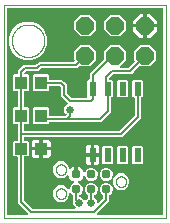
<source format=gbl>
G04 EAGLE Gerber RS-274X export*
G75*
%MOMM*%
%FSLAX34Y34*%
%LPD*%
%INBottom copper*%
%IPPOS*%
%AMOC8*
5,1,8,0,0,1.08239X$1,22.5*%
G01*
%ADD10C,0.000000*%
%ADD11R,1.100000X1.000000*%
%ADD12P,1.649562X8X22.500000*%
%ADD13R,0.600000X1.200000*%
%ADD14R,1.000000X1.100000*%
%ADD15C,0.787400*%
%ADD16C,0.203200*%
%ADD17C,0.654800*%

G36*
X35279Y17792D02*
X35279Y17792D01*
X35351Y17794D01*
X35400Y17812D01*
X35451Y17820D01*
X35514Y17854D01*
X35582Y17879D01*
X35622Y17911D01*
X35668Y17936D01*
X35718Y17988D01*
X35774Y18032D01*
X35802Y18076D01*
X35838Y18114D01*
X35868Y18179D01*
X35907Y18239D01*
X35920Y18290D01*
X35941Y18337D01*
X35949Y18408D01*
X35967Y18478D01*
X35963Y18530D01*
X35969Y18581D01*
X35953Y18652D01*
X35948Y18723D01*
X35927Y18771D01*
X35916Y18822D01*
X35879Y18883D01*
X35851Y18949D01*
X35807Y19005D01*
X35790Y19033D01*
X35772Y19048D01*
X35747Y19080D01*
X27059Y27768D01*
X27059Y66374D01*
X27056Y66394D01*
X27058Y66413D01*
X27036Y66515D01*
X27020Y66617D01*
X27010Y66634D01*
X27006Y66654D01*
X26953Y66743D01*
X26904Y66834D01*
X26890Y66848D01*
X26880Y66865D01*
X26801Y66932D01*
X26726Y67004D01*
X26708Y67012D01*
X26693Y67025D01*
X26597Y67064D01*
X26503Y67107D01*
X26483Y67109D01*
X26465Y67117D01*
X26298Y67135D01*
X23468Y67135D01*
X22575Y68028D01*
X22575Y79292D01*
X23468Y80185D01*
X26298Y80185D01*
X26318Y80188D01*
X26337Y80186D01*
X26439Y80208D01*
X26541Y80224D01*
X26558Y80234D01*
X26578Y80238D01*
X26667Y80291D01*
X26758Y80340D01*
X26772Y80354D01*
X26789Y80364D01*
X26856Y80443D01*
X26928Y80518D01*
X26936Y80536D01*
X26949Y80551D01*
X26988Y80647D01*
X27031Y80741D01*
X27033Y80761D01*
X27041Y80779D01*
X27059Y80946D01*
X27059Y93814D01*
X27056Y93834D01*
X27058Y93853D01*
X27036Y93955D01*
X27020Y94057D01*
X27010Y94074D01*
X27006Y94094D01*
X26953Y94183D01*
X26904Y94274D01*
X26890Y94288D01*
X26880Y94305D01*
X26801Y94372D01*
X26726Y94444D01*
X26708Y94452D01*
X26693Y94465D01*
X26597Y94504D01*
X26503Y94547D01*
X26483Y94549D01*
X26465Y94557D01*
X26298Y94575D01*
X23968Y94575D01*
X23075Y95468D01*
X23075Y107732D01*
X23968Y108625D01*
X26298Y108625D01*
X26318Y108628D01*
X26337Y108626D01*
X26439Y108648D01*
X26541Y108664D01*
X26558Y108674D01*
X26578Y108678D01*
X26667Y108731D01*
X26758Y108780D01*
X26772Y108794D01*
X26789Y108804D01*
X26856Y108883D01*
X26928Y108958D01*
X26936Y108976D01*
X26949Y108991D01*
X26988Y109087D01*
X27031Y109181D01*
X27033Y109201D01*
X27041Y109219D01*
X27059Y109386D01*
X27059Y121754D01*
X27056Y121774D01*
X27058Y121793D01*
X27036Y121895D01*
X27020Y121997D01*
X27010Y122014D01*
X27006Y122034D01*
X26953Y122123D01*
X26904Y122214D01*
X26890Y122228D01*
X26880Y122245D01*
X26801Y122312D01*
X26726Y122384D01*
X26708Y122392D01*
X26693Y122405D01*
X26597Y122444D01*
X26503Y122487D01*
X26483Y122489D01*
X26465Y122497D01*
X26298Y122515D01*
X23968Y122515D01*
X23075Y123408D01*
X23075Y135672D01*
X23968Y136565D01*
X26298Y136565D01*
X26318Y136568D01*
X26337Y136566D01*
X26439Y136588D01*
X26541Y136604D01*
X26558Y136614D01*
X26578Y136618D01*
X26667Y136671D01*
X26758Y136720D01*
X26772Y136734D01*
X26789Y136744D01*
X26856Y136823D01*
X26928Y136898D01*
X26936Y136916D01*
X26949Y136931D01*
X26988Y137027D01*
X27031Y137121D01*
X27033Y137141D01*
X27041Y137159D01*
X27059Y137326D01*
X27059Y139872D01*
X31968Y144781D01*
X41812Y144781D01*
X41902Y144795D01*
X41993Y144803D01*
X42023Y144815D01*
X42055Y144820D01*
X42135Y144863D01*
X42220Y144899D01*
X42252Y144925D01*
X42272Y144936D01*
X42294Y144959D01*
X42351Y145004D01*
X42956Y145609D01*
X42956Y145610D01*
X44668Y147321D01*
X74319Y147321D01*
X74390Y147332D01*
X74462Y147334D01*
X74511Y147352D01*
X74562Y147360D01*
X74625Y147394D01*
X74693Y147419D01*
X74734Y147451D01*
X74780Y147476D01*
X74829Y147527D01*
X74885Y147572D01*
X74913Y147616D01*
X74949Y147654D01*
X74979Y147719D01*
X75018Y147779D01*
X75031Y147830D01*
X75053Y147877D01*
X75060Y147948D01*
X75078Y148018D01*
X75074Y148070D01*
X75080Y148121D01*
X75064Y148192D01*
X75059Y148263D01*
X75038Y148311D01*
X75027Y148362D01*
X74991Y148423D01*
X74962Y148489D01*
X74918Y148545D01*
X74901Y148573D01*
X74883Y148588D01*
X74866Y148610D01*
X74866Y156188D01*
X80223Y161545D01*
X87798Y161545D01*
X93155Y156188D01*
X93155Y148612D01*
X87798Y143255D01*
X80223Y143255D01*
X79879Y143599D01*
X79863Y143610D01*
X79850Y143626D01*
X79763Y143682D01*
X79679Y143742D01*
X79660Y143748D01*
X79644Y143759D01*
X79543Y143784D01*
X79444Y143815D01*
X79424Y143814D01*
X79405Y143819D01*
X79302Y143811D01*
X79198Y143808D01*
X79180Y143802D01*
X79160Y143800D01*
X79065Y143760D01*
X78967Y143724D01*
X78952Y143711D01*
X78933Y143704D01*
X78802Y143599D01*
X77443Y142239D01*
X47088Y142239D01*
X46998Y142225D01*
X46907Y142217D01*
X46877Y142205D01*
X46845Y142200D01*
X46764Y142157D01*
X46680Y142121D01*
X46648Y142095D01*
X46628Y142084D01*
X46605Y142061D01*
X46549Y142016D01*
X45944Y141411D01*
X45944Y141410D01*
X44232Y139699D01*
X34388Y139699D01*
X34298Y139685D01*
X34207Y139677D01*
X34177Y139665D01*
X34145Y139660D01*
X34064Y139617D01*
X33980Y139581D01*
X33948Y139555D01*
X33928Y139544D01*
X33905Y139521D01*
X33849Y139476D01*
X32364Y137991D01*
X32311Y137917D01*
X32251Y137847D01*
X32239Y137817D01*
X32220Y137791D01*
X32193Y137704D01*
X32159Y137619D01*
X32155Y137578D01*
X32148Y137556D01*
X32149Y137524D01*
X32141Y137452D01*
X32141Y137326D01*
X32144Y137306D01*
X32142Y137287D01*
X32164Y137185D01*
X32180Y137083D01*
X32190Y137066D01*
X32194Y137046D01*
X32247Y136957D01*
X32296Y136866D01*
X32310Y136852D01*
X32320Y136835D01*
X32399Y136768D01*
X32474Y136696D01*
X32492Y136688D01*
X32507Y136675D01*
X32603Y136636D01*
X32697Y136593D01*
X32717Y136591D01*
X32735Y136583D01*
X32902Y136565D01*
X35232Y136565D01*
X36125Y135672D01*
X36125Y123408D01*
X35232Y122515D01*
X32902Y122515D01*
X32882Y122512D01*
X32863Y122514D01*
X32761Y122492D01*
X32659Y122476D01*
X32642Y122466D01*
X32622Y122462D01*
X32533Y122409D01*
X32442Y122360D01*
X32428Y122346D01*
X32411Y122336D01*
X32344Y122257D01*
X32272Y122182D01*
X32264Y122164D01*
X32251Y122149D01*
X32212Y122053D01*
X32169Y121959D01*
X32167Y121939D01*
X32159Y121921D01*
X32141Y121754D01*
X32141Y109386D01*
X32144Y109366D01*
X32142Y109347D01*
X32164Y109245D01*
X32180Y109143D01*
X32190Y109126D01*
X32194Y109106D01*
X32247Y109017D01*
X32296Y108926D01*
X32310Y108912D01*
X32320Y108895D01*
X32399Y108828D01*
X32474Y108756D01*
X32492Y108748D01*
X32507Y108735D01*
X32603Y108696D01*
X32697Y108653D01*
X32717Y108651D01*
X32735Y108643D01*
X32902Y108625D01*
X35232Y108625D01*
X36125Y107732D01*
X36125Y95468D01*
X35232Y94575D01*
X32902Y94575D01*
X32882Y94572D01*
X32863Y94574D01*
X32761Y94552D01*
X32659Y94536D01*
X32642Y94526D01*
X32622Y94522D01*
X32533Y94469D01*
X32442Y94420D01*
X32428Y94406D01*
X32411Y94396D01*
X32344Y94317D01*
X32272Y94242D01*
X32264Y94224D01*
X32251Y94209D01*
X32212Y94113D01*
X32169Y94019D01*
X32167Y93999D01*
X32159Y93981D01*
X32141Y93814D01*
X32141Y89662D01*
X32144Y89642D01*
X32142Y89623D01*
X32164Y89521D01*
X32180Y89419D01*
X32190Y89402D01*
X32194Y89382D01*
X32247Y89293D01*
X32296Y89202D01*
X32310Y89188D01*
X32320Y89171D01*
X32399Y89104D01*
X32474Y89032D01*
X32492Y89024D01*
X32507Y89011D01*
X32603Y88972D01*
X32697Y88929D01*
X32717Y88927D01*
X32735Y88919D01*
X32902Y88901D01*
X112932Y88901D01*
X113022Y88915D01*
X113113Y88923D01*
X113143Y88935D01*
X113175Y88940D01*
X113256Y88983D01*
X113340Y89019D01*
X113372Y89045D01*
X113392Y89056D01*
X113415Y89079D01*
X113471Y89124D01*
X125506Y101159D01*
X125559Y101233D01*
X125619Y101303D01*
X125631Y101333D01*
X125650Y101359D01*
X125677Y101446D01*
X125711Y101531D01*
X125715Y101572D01*
X125722Y101594D01*
X125721Y101626D01*
X125729Y101698D01*
X125729Y116234D01*
X125726Y116254D01*
X125728Y116273D01*
X125706Y116375D01*
X125690Y116477D01*
X125680Y116494D01*
X125676Y116514D01*
X125623Y116603D01*
X125574Y116694D01*
X125560Y116708D01*
X125550Y116725D01*
X125471Y116792D01*
X125396Y116864D01*
X125378Y116872D01*
X125363Y116885D01*
X125267Y116924D01*
X125173Y116967D01*
X125153Y116969D01*
X125135Y116977D01*
X124968Y116995D01*
X124638Y116995D01*
X123745Y117888D01*
X123745Y131152D01*
X124638Y132045D01*
X131902Y132045D01*
X132795Y131152D01*
X132795Y117888D01*
X131902Y116995D01*
X131572Y116995D01*
X131552Y116992D01*
X131533Y116994D01*
X131431Y116972D01*
X131329Y116956D01*
X131312Y116946D01*
X131292Y116942D01*
X131203Y116889D01*
X131112Y116840D01*
X131098Y116826D01*
X131081Y116816D01*
X131014Y116737D01*
X130942Y116662D01*
X130934Y116644D01*
X130921Y116629D01*
X130882Y116533D01*
X130839Y116439D01*
X130837Y116419D01*
X130829Y116401D01*
X130811Y116234D01*
X130811Y99278D01*
X115352Y83819D01*
X32902Y83819D01*
X32882Y83816D01*
X32863Y83818D01*
X32761Y83796D01*
X32659Y83780D01*
X32642Y83770D01*
X32622Y83766D01*
X32533Y83713D01*
X32442Y83664D01*
X32428Y83650D01*
X32411Y83640D01*
X32344Y83561D01*
X32272Y83486D01*
X32264Y83468D01*
X32251Y83453D01*
X32212Y83357D01*
X32169Y83263D01*
X32167Y83243D01*
X32159Y83225D01*
X32141Y83058D01*
X32141Y80946D01*
X32143Y80934D01*
X32142Y80925D01*
X32143Y80919D01*
X32142Y80907D01*
X32164Y80805D01*
X32180Y80703D01*
X32190Y80686D01*
X32194Y80666D01*
X32247Y80577D01*
X32296Y80486D01*
X32310Y80472D01*
X32320Y80455D01*
X32399Y80388D01*
X32474Y80316D01*
X32492Y80308D01*
X32507Y80295D01*
X32603Y80256D01*
X32697Y80213D01*
X32717Y80211D01*
X32735Y80203D01*
X32902Y80185D01*
X35732Y80185D01*
X36625Y79292D01*
X36625Y68028D01*
X35732Y67135D01*
X32902Y67135D01*
X32882Y67132D01*
X32863Y67134D01*
X32761Y67112D01*
X32659Y67096D01*
X32642Y67086D01*
X32622Y67082D01*
X32533Y67029D01*
X32442Y66980D01*
X32428Y66966D01*
X32411Y66956D01*
X32344Y66877D01*
X32272Y66802D01*
X32264Y66784D01*
X32251Y66769D01*
X32212Y66673D01*
X32169Y66579D01*
X32167Y66559D01*
X32159Y66541D01*
X32141Y66374D01*
X32141Y30188D01*
X32155Y30098D01*
X32163Y30007D01*
X32175Y29977D01*
X32180Y29945D01*
X32223Y29864D01*
X32259Y29780D01*
X32285Y29748D01*
X32296Y29728D01*
X32319Y29705D01*
X32364Y29649D01*
X38929Y23084D01*
X39003Y23031D01*
X39073Y22971D01*
X39103Y22959D01*
X39129Y22940D01*
X39216Y22913D01*
X39301Y22879D01*
X39342Y22875D01*
X39364Y22868D01*
X39396Y22869D01*
X39468Y22861D01*
X75195Y22861D01*
X75266Y22872D01*
X75337Y22874D01*
X75386Y22892D01*
X75438Y22900D01*
X75501Y22934D01*
X75568Y22959D01*
X75609Y22991D01*
X75655Y23016D01*
X75705Y23068D01*
X75761Y23112D01*
X75789Y23156D01*
X75825Y23194D01*
X75855Y23259D01*
X75894Y23319D01*
X75906Y23370D01*
X75928Y23417D01*
X75936Y23488D01*
X75954Y23558D01*
X75950Y23610D01*
X75955Y23661D01*
X75940Y23732D01*
X75934Y23803D01*
X75914Y23851D01*
X75903Y23902D01*
X75866Y23963D01*
X75838Y24029D01*
X75793Y24085D01*
X75777Y24113D01*
X75759Y24128D01*
X75733Y24160D01*
X73941Y25952D01*
X73941Y28830D01*
X73927Y28920D01*
X73919Y29011D01*
X73907Y29041D01*
X73902Y29073D01*
X73859Y29154D01*
X73823Y29238D01*
X73797Y29270D01*
X73786Y29290D01*
X73763Y29313D01*
X73718Y29369D01*
X73659Y29428D01*
X73659Y34002D01*
X73640Y34117D01*
X73623Y34233D01*
X73621Y34239D01*
X73620Y34245D01*
X73565Y34348D01*
X73512Y34452D01*
X73507Y34457D01*
X73504Y34462D01*
X73420Y34542D01*
X73336Y34624D01*
X73330Y34628D01*
X73326Y34632D01*
X73309Y34639D01*
X73189Y34705D01*
X73106Y34740D01*
X71785Y36061D01*
X71727Y36103D01*
X71675Y36152D01*
X71628Y36174D01*
X71586Y36204D01*
X71517Y36225D01*
X71452Y36256D01*
X71400Y36261D01*
X71350Y36277D01*
X71279Y36275D01*
X71208Y36283D01*
X71157Y36272D01*
X71105Y36270D01*
X71037Y36246D01*
X70967Y36230D01*
X70922Y36204D01*
X70874Y36186D01*
X70818Y36141D01*
X70756Y36104D01*
X70722Y36065D01*
X70682Y36032D01*
X70643Y35972D01*
X70596Y35917D01*
X70577Y35869D01*
X70549Y35825D01*
X70531Y35756D01*
X70504Y35689D01*
X70496Y35618D01*
X70488Y35587D01*
X70490Y35563D01*
X70486Y35522D01*
X70486Y34170D01*
X69422Y31603D01*
X67457Y29638D01*
X64890Y28574D01*
X62110Y28574D01*
X59543Y29638D01*
X57578Y31603D01*
X56514Y34170D01*
X56514Y36950D01*
X57578Y39517D01*
X59543Y41482D01*
X62110Y42546D01*
X64890Y42546D01*
X67457Y41482D01*
X69439Y39501D01*
X69497Y39459D01*
X69549Y39409D01*
X69596Y39387D01*
X69638Y39357D01*
X69707Y39336D01*
X69772Y39306D01*
X69824Y39300D01*
X69874Y39285D01*
X69945Y39287D01*
X70016Y39279D01*
X70067Y39290D01*
X70119Y39291D01*
X70187Y39316D01*
X70257Y39331D01*
X70302Y39358D01*
X70350Y39375D01*
X70406Y39420D01*
X70468Y39457D01*
X70502Y39497D01*
X70542Y39529D01*
X70581Y39589D01*
X70628Y39644D01*
X70647Y39692D01*
X70675Y39736D01*
X70693Y39806D01*
X70720Y39872D01*
X70728Y39943D01*
X70736Y39975D01*
X70734Y39998D01*
X70738Y40039D01*
X70738Y40456D01*
X71570Y42464D01*
X73106Y44000D01*
X74233Y44467D01*
X74294Y44505D01*
X74359Y44534D01*
X74397Y44569D01*
X74442Y44596D01*
X74487Y44652D01*
X74540Y44700D01*
X74565Y44746D01*
X74599Y44786D01*
X74624Y44853D01*
X74659Y44916D01*
X74668Y44967D01*
X74687Y45016D01*
X74690Y45087D01*
X74703Y45158D01*
X74695Y45209D01*
X74697Y45261D01*
X74677Y45330D01*
X74667Y45401D01*
X74643Y45448D01*
X74629Y45498D01*
X74588Y45556D01*
X74555Y45620D01*
X74518Y45657D01*
X74488Y45700D01*
X74431Y45742D01*
X74380Y45793D01*
X74317Y45827D01*
X74291Y45846D01*
X74269Y45854D01*
X74233Y45873D01*
X73132Y46329D01*
X72071Y47038D01*
X71168Y47941D01*
X70459Y49002D01*
X69971Y50181D01*
X69869Y50695D01*
X69843Y50763D01*
X69837Y50794D01*
X69824Y50816D01*
X69786Y50920D01*
X69784Y50922D01*
X69783Y50925D01*
X69707Y51019D01*
X69632Y51112D01*
X69629Y51114D01*
X69627Y51116D01*
X69526Y51180D01*
X69425Y51245D01*
X69422Y51246D01*
X69419Y51247D01*
X69302Y51276D01*
X69186Y51305D01*
X69183Y51305D01*
X69180Y51305D01*
X69059Y51295D01*
X68941Y51286D01*
X68938Y51285D01*
X68935Y51284D01*
X68824Y51236D01*
X68715Y51189D01*
X68712Y51187D01*
X68710Y51186D01*
X68702Y51179D01*
X68584Y51085D01*
X67457Y49958D01*
X64890Y48894D01*
X62110Y48894D01*
X59543Y49958D01*
X57578Y51923D01*
X56514Y54490D01*
X56514Y57270D01*
X57578Y59837D01*
X59543Y61802D01*
X62110Y62866D01*
X64890Y62866D01*
X67457Y61802D01*
X69422Y59837D01*
X70498Y57239D01*
X70499Y57212D01*
X70517Y57163D01*
X70525Y57112D01*
X70539Y57086D01*
X70540Y57084D01*
X70559Y57048D01*
X70584Y56981D01*
X70616Y56940D01*
X70641Y56894D01*
X70692Y56845D01*
X70737Y56789D01*
X70781Y56761D01*
X70819Y56725D01*
X70884Y56695D01*
X70944Y56656D01*
X70995Y56643D01*
X71042Y56621D01*
X71113Y56613D01*
X71183Y56596D01*
X71235Y56600D01*
X71286Y56594D01*
X71357Y56609D01*
X71428Y56615D01*
X71476Y56635D01*
X71527Y56646D01*
X71588Y56683D01*
X71654Y56711D01*
X71706Y56753D01*
X71718Y56759D01*
X71722Y56763D01*
X71738Y56773D01*
X71753Y56790D01*
X71785Y56816D01*
X72071Y57102D01*
X73132Y57811D01*
X74311Y58299D01*
X74677Y58372D01*
X74677Y52832D01*
X74680Y52812D01*
X74678Y52793D01*
X74700Y52691D01*
X74717Y52589D01*
X74726Y52572D01*
X74730Y52552D01*
X74783Y52463D01*
X74832Y52372D01*
X74846Y52358D01*
X74856Y52341D01*
X74935Y52274D01*
X75010Y52203D01*
X75028Y52194D01*
X75043Y52181D01*
X75139Y52142D01*
X75233Y52099D01*
X75253Y52097D01*
X75271Y52089D01*
X75438Y52071D01*
X76962Y52071D01*
X76982Y52074D01*
X77001Y52072D01*
X77103Y52094D01*
X77205Y52111D01*
X77222Y52120D01*
X77242Y52124D01*
X77331Y52177D01*
X77422Y52226D01*
X77436Y52240D01*
X77453Y52250D01*
X77520Y52329D01*
X77591Y52404D01*
X77600Y52422D01*
X77613Y52437D01*
X77652Y52533D01*
X77695Y52627D01*
X77697Y52647D01*
X77705Y52665D01*
X77723Y52832D01*
X77723Y58372D01*
X78089Y58299D01*
X79268Y57811D01*
X80329Y57102D01*
X81232Y56199D01*
X81941Y55138D01*
X82397Y54037D01*
X82434Y53976D01*
X82463Y53911D01*
X82499Y53873D01*
X82526Y53828D01*
X82581Y53782D01*
X82630Y53730D01*
X82675Y53705D01*
X82716Y53671D01*
X82783Y53646D01*
X82845Y53611D01*
X82897Y53602D01*
X82945Y53583D01*
X83017Y53580D01*
X83087Y53567D01*
X83139Y53575D01*
X83191Y53573D01*
X83260Y53593D01*
X83331Y53603D01*
X83377Y53627D01*
X83427Y53641D01*
X83486Y53682D01*
X83550Y53715D01*
X83586Y53752D01*
X83629Y53782D01*
X83672Y53839D01*
X83722Y53890D01*
X83757Y53953D01*
X83776Y53979D01*
X83783Y54001D01*
X83803Y54037D01*
X84270Y55164D01*
X85806Y56700D01*
X87814Y57532D01*
X89986Y57532D01*
X91994Y56700D01*
X93530Y55164D01*
X94362Y53156D01*
X94362Y50984D01*
X93530Y48976D01*
X91994Y47440D01*
X89986Y46608D01*
X87814Y46608D01*
X85806Y47440D01*
X84270Y48976D01*
X83803Y50103D01*
X83765Y50164D01*
X83736Y50229D01*
X83701Y50267D01*
X83674Y50312D01*
X83618Y50357D01*
X83570Y50410D01*
X83524Y50435D01*
X83484Y50469D01*
X83417Y50494D01*
X83354Y50529D01*
X83303Y50538D01*
X83254Y50557D01*
X83183Y50560D01*
X83112Y50573D01*
X83061Y50565D01*
X83009Y50567D01*
X82940Y50547D01*
X82869Y50537D01*
X82822Y50513D01*
X82772Y50499D01*
X82714Y50458D01*
X82650Y50425D01*
X82613Y50388D01*
X82570Y50358D01*
X82528Y50301D01*
X82477Y50250D01*
X82443Y50187D01*
X82424Y50161D01*
X82416Y50139D01*
X82397Y50103D01*
X81941Y49002D01*
X81232Y47941D01*
X80329Y47038D01*
X79268Y46329D01*
X78167Y45873D01*
X78106Y45836D01*
X78041Y45807D01*
X78002Y45771D01*
X77958Y45744D01*
X77913Y45689D01*
X77860Y45640D01*
X77835Y45595D01*
X77801Y45554D01*
X77776Y45487D01*
X77741Y45425D01*
X77732Y45373D01*
X77713Y45325D01*
X77710Y45253D01*
X77697Y45183D01*
X77705Y45131D01*
X77703Y45079D01*
X77723Y45010D01*
X77733Y44939D01*
X77757Y44893D01*
X77771Y44843D01*
X77812Y44784D01*
X77845Y44720D01*
X77882Y44683D01*
X77912Y44641D01*
X77969Y44598D01*
X78020Y44548D01*
X78083Y44513D01*
X78109Y44494D01*
X78131Y44487D01*
X78167Y44467D01*
X79294Y44000D01*
X80830Y42464D01*
X81662Y40456D01*
X81662Y38284D01*
X80830Y36276D01*
X79294Y34740D01*
X79211Y34705D01*
X79112Y34644D01*
X79011Y34584D01*
X79007Y34579D01*
X79002Y34576D01*
X78927Y34486D01*
X78851Y34397D01*
X78849Y34391D01*
X78845Y34386D01*
X78803Y34278D01*
X78759Y34169D01*
X78758Y34161D01*
X78757Y34157D01*
X78756Y34138D01*
X78741Y34002D01*
X78741Y33500D01*
X78744Y33480D01*
X78742Y33461D01*
X78764Y33359D01*
X78780Y33257D01*
X78790Y33240D01*
X78794Y33220D01*
X78847Y33131D01*
X78896Y33040D01*
X78910Y33026D01*
X78920Y33009D01*
X78999Y32942D01*
X79074Y32870D01*
X79092Y32862D01*
X79107Y32849D01*
X79203Y32810D01*
X79297Y32767D01*
X79317Y32765D01*
X79335Y32757D01*
X79502Y32739D01*
X80728Y32739D01*
X83282Y30185D01*
X83298Y30173D01*
X83310Y30158D01*
X83398Y30101D01*
X83481Y30041D01*
X83500Y30035D01*
X83517Y30025D01*
X83618Y29999D01*
X83717Y29969D01*
X83736Y29969D01*
X83756Y29964D01*
X83859Y29972D01*
X83962Y29975D01*
X83981Y29982D01*
X84001Y29984D01*
X84096Y30024D01*
X84193Y30060D01*
X84209Y30072D01*
X84227Y30080D01*
X84358Y30185D01*
X86136Y31963D01*
X86189Y32037D01*
X86249Y32106D01*
X86261Y32136D01*
X86280Y32162D01*
X86307Y32250D01*
X86341Y32334D01*
X86345Y32375D01*
X86352Y32398D01*
X86351Y32430D01*
X86359Y32501D01*
X86359Y34002D01*
X86340Y34117D01*
X86323Y34233D01*
X86321Y34239D01*
X86320Y34245D01*
X86265Y34348D01*
X86212Y34452D01*
X86207Y34457D01*
X86204Y34462D01*
X86120Y34542D01*
X86036Y34624D01*
X86030Y34628D01*
X86026Y34632D01*
X86009Y34639D01*
X85889Y34705D01*
X85806Y34740D01*
X84270Y36276D01*
X83438Y38284D01*
X83438Y40456D01*
X84270Y42464D01*
X85806Y44000D01*
X87814Y44832D01*
X89986Y44832D01*
X91994Y44000D01*
X93530Y42464D01*
X94362Y40456D01*
X94362Y38284D01*
X93530Y36276D01*
X91994Y34740D01*
X91911Y34705D01*
X91812Y34644D01*
X91711Y34584D01*
X91707Y34579D01*
X91702Y34576D01*
X91627Y34486D01*
X91551Y34397D01*
X91549Y34391D01*
X91545Y34386D01*
X91503Y34278D01*
X91459Y34169D01*
X91458Y34161D01*
X91457Y34157D01*
X91456Y34138D01*
X91441Y34002D01*
X91441Y32501D01*
X91455Y32411D01*
X91463Y32320D01*
X91475Y32290D01*
X91480Y32258D01*
X91523Y32178D01*
X91559Y32094D01*
X91585Y32062D01*
X91596Y32041D01*
X91619Y32019D01*
X91664Y31963D01*
X93699Y29928D01*
X93699Y28010D01*
X93710Y27939D01*
X93712Y27867D01*
X93730Y27818D01*
X93738Y27767D01*
X93772Y27704D01*
X93797Y27636D01*
X93829Y27596D01*
X93854Y27550D01*
X93906Y27500D01*
X93950Y27444D01*
X93994Y27416D01*
X94032Y27380D01*
X94097Y27350D01*
X94157Y27311D01*
X94208Y27298D01*
X94255Y27277D01*
X94326Y27269D01*
X94396Y27251D01*
X94448Y27255D01*
X94499Y27249D01*
X94570Y27265D01*
X94641Y27270D01*
X94689Y27291D01*
X94740Y27302D01*
X94801Y27339D01*
X94867Y27367D01*
X94923Y27411D01*
X94951Y27428D01*
X94966Y27446D01*
X94998Y27471D01*
X98836Y31309D01*
X98889Y31383D01*
X98949Y31453D01*
X98961Y31483D01*
X98980Y31509D01*
X99007Y31596D01*
X99041Y31681D01*
X99045Y31722D01*
X99052Y31744D01*
X99051Y31776D01*
X99059Y31848D01*
X99059Y34002D01*
X99040Y34117D01*
X99023Y34233D01*
X99021Y34239D01*
X99020Y34245D01*
X98965Y34348D01*
X98912Y34452D01*
X98907Y34457D01*
X98904Y34462D01*
X98820Y34542D01*
X98736Y34624D01*
X98730Y34628D01*
X98726Y34632D01*
X98709Y34639D01*
X98589Y34705D01*
X98506Y34740D01*
X96970Y36276D01*
X96138Y38284D01*
X96138Y40456D01*
X96970Y42464D01*
X98506Y44000D01*
X100514Y44832D01*
X102686Y44832D01*
X104694Y44000D01*
X106230Y42464D01*
X107062Y40456D01*
X107062Y38284D01*
X106230Y36276D01*
X104694Y34740D01*
X104611Y34705D01*
X104512Y34644D01*
X104411Y34584D01*
X104407Y34579D01*
X104402Y34576D01*
X104327Y34486D01*
X104251Y34397D01*
X104249Y34391D01*
X104245Y34386D01*
X104203Y34278D01*
X104159Y34169D01*
X104158Y34161D01*
X104157Y34157D01*
X104156Y34138D01*
X104141Y34002D01*
X104141Y29428D01*
X94204Y19491D01*
X93793Y19080D01*
X93752Y19022D01*
X93702Y18970D01*
X93680Y18923D01*
X93650Y18881D01*
X93629Y18812D01*
X93599Y18747D01*
X93593Y18695D01*
X93577Y18645D01*
X93579Y18574D01*
X93571Y18503D01*
X93583Y18452D01*
X93584Y18400D01*
X93608Y18332D01*
X93624Y18262D01*
X93650Y18217D01*
X93668Y18169D01*
X93713Y18113D01*
X93750Y18051D01*
X93789Y18017D01*
X93822Y17977D01*
X93882Y17938D01*
X93937Y17891D01*
X93985Y17872D01*
X94029Y17844D01*
X94098Y17826D01*
X94165Y17799D01*
X94236Y17791D01*
X94267Y17783D01*
X94291Y17785D01*
X94332Y17781D01*
X149098Y17781D01*
X149118Y17784D01*
X149137Y17782D01*
X149239Y17804D01*
X149341Y17820D01*
X149358Y17830D01*
X149378Y17834D01*
X149467Y17887D01*
X149558Y17936D01*
X149572Y17950D01*
X149589Y17960D01*
X149656Y18039D01*
X149728Y18114D01*
X149736Y18132D01*
X149749Y18147D01*
X149788Y18243D01*
X149831Y18337D01*
X149833Y18357D01*
X149841Y18375D01*
X149859Y18542D01*
X149859Y192278D01*
X149856Y192298D01*
X149858Y192317D01*
X149836Y192419D01*
X149820Y192521D01*
X149810Y192538D01*
X149806Y192558D01*
X149753Y192647D01*
X149704Y192738D01*
X149690Y192752D01*
X149680Y192769D01*
X149601Y192836D01*
X149526Y192908D01*
X149508Y192916D01*
X149493Y192929D01*
X149397Y192968D01*
X149303Y193011D01*
X149283Y193013D01*
X149265Y193021D01*
X149098Y193039D01*
X18542Y193039D01*
X18522Y193036D01*
X18503Y193038D01*
X18401Y193016D01*
X18299Y193000D01*
X18282Y192990D01*
X18262Y192986D01*
X18173Y192933D01*
X18082Y192884D01*
X18068Y192870D01*
X18051Y192860D01*
X17984Y192781D01*
X17912Y192706D01*
X17904Y192688D01*
X17891Y192673D01*
X17852Y192577D01*
X17809Y192483D01*
X17807Y192463D01*
X17799Y192445D01*
X17781Y192278D01*
X17781Y18542D01*
X17784Y18522D01*
X17782Y18503D01*
X17804Y18401D01*
X17820Y18299D01*
X17830Y18282D01*
X17834Y18262D01*
X17887Y18173D01*
X17936Y18082D01*
X17950Y18068D01*
X17960Y18051D01*
X18039Y17984D01*
X18114Y17912D01*
X18132Y17904D01*
X18147Y17891D01*
X18243Y17852D01*
X18337Y17809D01*
X18357Y17807D01*
X18375Y17799D01*
X18542Y17781D01*
X35208Y17781D01*
X35279Y17792D01*
G37*
%LPC*%
G36*
X40968Y94575D02*
X40968Y94575D01*
X40075Y95468D01*
X40075Y107732D01*
X40968Y108625D01*
X52232Y108625D01*
X53125Y107732D01*
X53125Y102362D01*
X53128Y102342D01*
X53126Y102323D01*
X53148Y102221D01*
X53164Y102119D01*
X53174Y102102D01*
X53178Y102082D01*
X53231Y101993D01*
X53280Y101902D01*
X53294Y101888D01*
X53304Y101871D01*
X53383Y101804D01*
X53458Y101732D01*
X53476Y101724D01*
X53491Y101711D01*
X53587Y101672D01*
X53681Y101629D01*
X53701Y101627D01*
X53719Y101619D01*
X53886Y101601D01*
X67212Y101601D01*
X67302Y101615D01*
X67393Y101623D01*
X67423Y101635D01*
X67455Y101640D01*
X67535Y101683D01*
X67620Y101719D01*
X67652Y101745D01*
X67672Y101756D01*
X67694Y101779D01*
X67751Y101824D01*
X67932Y102005D01*
X67944Y102021D01*
X67959Y102034D01*
X68015Y102121D01*
X68075Y102205D01*
X68081Y102224D01*
X68092Y102241D01*
X68117Y102341D01*
X68148Y102440D01*
X68147Y102460D01*
X68152Y102479D01*
X68144Y102582D01*
X68141Y102686D01*
X68135Y102704D01*
X68133Y102724D01*
X68093Y102819D01*
X68057Y102917D01*
X68045Y102932D01*
X68037Y102951D01*
X67932Y103082D01*
X66321Y104692D01*
X66321Y108668D01*
X69202Y111548D01*
X69214Y111565D01*
X69229Y111577D01*
X69285Y111664D01*
X69345Y111748D01*
X69351Y111767D01*
X69362Y111784D01*
X69387Y111884D01*
X69418Y111983D01*
X69417Y112003D01*
X69422Y112022D01*
X69414Y112125D01*
X69411Y112229D01*
X69405Y112248D01*
X69403Y112268D01*
X69363Y112363D01*
X69327Y112460D01*
X69315Y112476D01*
X69307Y112494D01*
X69202Y112625D01*
X68356Y113470D01*
X68356Y113471D01*
X65211Y116616D01*
X65210Y116616D01*
X63499Y118328D01*
X63499Y125632D01*
X63485Y125722D01*
X63477Y125813D01*
X63465Y125843D01*
X63460Y125875D01*
X63417Y125956D01*
X63381Y126040D01*
X63355Y126072D01*
X63344Y126092D01*
X63321Y126115D01*
X63276Y126171D01*
X62671Y126776D01*
X62597Y126829D01*
X62527Y126889D01*
X62497Y126901D01*
X62471Y126920D01*
X62384Y126947D01*
X62299Y126981D01*
X62258Y126985D01*
X62236Y126992D01*
X62204Y126991D01*
X62132Y126999D01*
X53886Y126999D01*
X53866Y126996D01*
X53847Y126998D01*
X53745Y126976D01*
X53643Y126960D01*
X53626Y126950D01*
X53606Y126946D01*
X53517Y126893D01*
X53426Y126844D01*
X53412Y126830D01*
X53395Y126820D01*
X53328Y126741D01*
X53256Y126666D01*
X53248Y126648D01*
X53235Y126633D01*
X53196Y126537D01*
X53153Y126443D01*
X53151Y126423D01*
X53143Y126405D01*
X53125Y126238D01*
X53125Y123408D01*
X52232Y122515D01*
X40968Y122515D01*
X40075Y123408D01*
X40075Y135672D01*
X40968Y136565D01*
X52232Y136565D01*
X53125Y135672D01*
X53125Y132842D01*
X53128Y132822D01*
X53126Y132803D01*
X53148Y132701D01*
X53164Y132599D01*
X53174Y132582D01*
X53178Y132562D01*
X53231Y132473D01*
X53280Y132382D01*
X53294Y132368D01*
X53304Y132351D01*
X53383Y132284D01*
X53458Y132212D01*
X53476Y132204D01*
X53491Y132191D01*
X53587Y132152D01*
X53681Y132109D01*
X53701Y132107D01*
X53719Y132099D01*
X53886Y132081D01*
X64552Y132081D01*
X66264Y130370D01*
X66264Y130369D01*
X66869Y129764D01*
X66870Y129764D01*
X68581Y128052D01*
X68581Y120748D01*
X68595Y120658D01*
X68603Y120567D01*
X68615Y120537D01*
X68620Y120505D01*
X68663Y120424D01*
X68699Y120340D01*
X68725Y120308D01*
X68736Y120288D01*
X68759Y120265D01*
X68804Y120209D01*
X71949Y117064D01*
X72023Y117011D01*
X72093Y116951D01*
X72123Y116939D01*
X72149Y116920D01*
X72236Y116893D01*
X72321Y116859D01*
X72362Y116855D01*
X72384Y116848D01*
X72416Y116849D01*
X72488Y116841D01*
X84884Y116841D01*
X84904Y116844D01*
X84923Y116842D01*
X85025Y116864D01*
X85127Y116880D01*
X85144Y116890D01*
X85164Y116894D01*
X85253Y116947D01*
X85344Y116996D01*
X85358Y117010D01*
X85375Y117020D01*
X85442Y117099D01*
X85514Y117174D01*
X85522Y117192D01*
X85535Y117207D01*
X85574Y117303D01*
X85617Y117397D01*
X85619Y117417D01*
X85627Y117435D01*
X85645Y117602D01*
X85645Y131152D01*
X86538Y132045D01*
X86868Y132045D01*
X86888Y132048D01*
X86907Y132046D01*
X87009Y132068D01*
X87111Y132084D01*
X87128Y132094D01*
X87148Y132098D01*
X87237Y132151D01*
X87328Y132200D01*
X87342Y132214D01*
X87359Y132224D01*
X87426Y132303D01*
X87498Y132378D01*
X87506Y132396D01*
X87519Y132411D01*
X87558Y132507D01*
X87601Y132601D01*
X87603Y132621D01*
X87611Y132639D01*
X87629Y132806D01*
X87629Y136942D01*
X100043Y149356D01*
X100096Y149430D01*
X100155Y149499D01*
X100168Y149530D01*
X100186Y149556D01*
X100213Y149643D01*
X100247Y149728D01*
X100252Y149768D01*
X100259Y149791D01*
X100258Y149823D01*
X100266Y149894D01*
X100266Y156188D01*
X105623Y161545D01*
X113198Y161545D01*
X118555Y156188D01*
X118555Y148612D01*
X113483Y143540D01*
X113441Y143482D01*
X113392Y143430D01*
X113370Y143383D01*
X113340Y143341D01*
X113319Y143272D01*
X113288Y143207D01*
X113283Y143155D01*
X113267Y143105D01*
X113269Y143034D01*
X113261Y142963D01*
X113272Y142912D01*
X113274Y142860D01*
X113298Y142792D01*
X113314Y142722D01*
X113340Y142677D01*
X113358Y142629D01*
X113403Y142573D01*
X113440Y142511D01*
X113479Y142477D01*
X113512Y142437D01*
X113572Y142398D01*
X113627Y142351D01*
X113675Y142332D01*
X113719Y142304D01*
X113788Y142286D01*
X113855Y142259D01*
X113926Y142251D01*
X113957Y142243D01*
X113981Y142245D01*
X114022Y142241D01*
X120743Y142241D01*
X120833Y142255D01*
X120924Y142263D01*
X120954Y142275D01*
X120986Y142280D01*
X121066Y142323D01*
X121150Y142359D01*
X121182Y142385D01*
X121203Y142396D01*
X121225Y142419D01*
X121281Y142464D01*
X126009Y147192D01*
X126021Y147208D01*
X126037Y147221D01*
X126093Y147308D01*
X126153Y147392D01*
X126159Y147411D01*
X126170Y147428D01*
X126195Y147528D01*
X126225Y147627D01*
X126225Y147647D01*
X126230Y147666D01*
X126222Y147769D01*
X126219Y147873D01*
X126212Y147891D01*
X126210Y147911D01*
X126170Y148006D01*
X126134Y148104D01*
X126122Y148119D01*
X126114Y148138D01*
X126009Y148269D01*
X125666Y148612D01*
X125666Y156188D01*
X131023Y161545D01*
X138598Y161545D01*
X143955Y156188D01*
X143955Y148612D01*
X138598Y143255D01*
X131023Y143255D01*
X130679Y143599D01*
X130663Y143610D01*
X130650Y143626D01*
X130563Y143682D01*
X130479Y143742D01*
X130460Y143748D01*
X130444Y143759D01*
X130343Y143784D01*
X130244Y143815D01*
X130224Y143814D01*
X130205Y143819D01*
X130102Y143811D01*
X129998Y143808D01*
X129980Y143802D01*
X129960Y143800D01*
X129865Y143760D01*
X129767Y143724D01*
X129752Y143711D01*
X129733Y143704D01*
X129602Y143599D01*
X124874Y138871D01*
X123163Y137159D01*
X108048Y137159D01*
X107958Y137145D01*
X107867Y137137D01*
X107837Y137125D01*
X107805Y137120D01*
X107724Y137077D01*
X107640Y137041D01*
X107608Y137015D01*
X107588Y137004D01*
X107565Y136981D01*
X107509Y136936D01*
X104364Y133791D01*
X104311Y133717D01*
X104251Y133647D01*
X104239Y133617D01*
X104220Y133591D01*
X104193Y133504D01*
X104159Y133419D01*
X104155Y133378D01*
X104148Y133356D01*
X104149Y133324D01*
X104141Y133252D01*
X104141Y132806D01*
X104144Y132786D01*
X104142Y132767D01*
X104164Y132665D01*
X104180Y132563D01*
X104190Y132546D01*
X104194Y132526D01*
X104247Y132437D01*
X104296Y132346D01*
X104310Y132332D01*
X104320Y132315D01*
X104399Y132248D01*
X104474Y132176D01*
X104492Y132168D01*
X104507Y132155D01*
X104603Y132116D01*
X104697Y132073D01*
X104717Y132071D01*
X104735Y132063D01*
X104902Y132045D01*
X106502Y132045D01*
X107395Y131152D01*
X107395Y117888D01*
X106502Y116995D01*
X106172Y116995D01*
X106152Y116992D01*
X106133Y116994D01*
X106031Y116972D01*
X105929Y116956D01*
X105912Y116946D01*
X105892Y116942D01*
X105803Y116889D01*
X105712Y116840D01*
X105698Y116826D01*
X105681Y116816D01*
X105614Y116737D01*
X105542Y116662D01*
X105534Y116644D01*
X105521Y116629D01*
X105482Y116533D01*
X105439Y116439D01*
X105437Y116419D01*
X105429Y116401D01*
X105411Y116234D01*
X105411Y104358D01*
X97572Y96519D01*
X53886Y96519D01*
X53866Y96516D01*
X53847Y96518D01*
X53745Y96496D01*
X53643Y96480D01*
X53626Y96470D01*
X53606Y96466D01*
X53517Y96413D01*
X53426Y96364D01*
X53412Y96350D01*
X53395Y96340D01*
X53328Y96261D01*
X53256Y96186D01*
X53248Y96168D01*
X53235Y96153D01*
X53196Y96057D01*
X53153Y95963D01*
X53151Y95943D01*
X53143Y95925D01*
X53125Y95758D01*
X53125Y95468D01*
X52232Y94575D01*
X40968Y94575D01*
G37*
%LPD*%
%LPC*%
G36*
X32360Y148709D02*
X32360Y148709D01*
X26372Y151189D01*
X21789Y155772D01*
X19309Y161760D01*
X19309Y168240D01*
X21789Y174228D01*
X26372Y178811D01*
X32360Y181291D01*
X38840Y181291D01*
X44828Y178811D01*
X49411Y174228D01*
X51891Y168240D01*
X51891Y161760D01*
X49411Y155772D01*
X44828Y151189D01*
X38840Y148709D01*
X32360Y148709D01*
G37*
%LPD*%
%LPC*%
G36*
X80223Y168655D02*
X80223Y168655D01*
X74866Y174012D01*
X74866Y181588D01*
X80223Y186945D01*
X87798Y186945D01*
X93155Y181588D01*
X93155Y174012D01*
X87798Y168655D01*
X80223Y168655D01*
G37*
%LPD*%
%LPC*%
G36*
X105623Y168655D02*
X105623Y168655D01*
X100266Y174012D01*
X100266Y181588D01*
X105623Y186945D01*
X113198Y186945D01*
X118555Y181588D01*
X118555Y174012D01*
X113198Y168655D01*
X105623Y168655D01*
G37*
%LPD*%
%LPC*%
G36*
X112910Y38734D02*
X112910Y38734D01*
X110343Y39798D01*
X108378Y41763D01*
X107314Y44330D01*
X107314Y47110D01*
X108378Y49677D01*
X110343Y51642D01*
X112910Y52706D01*
X115690Y52706D01*
X118257Y51642D01*
X120222Y49677D01*
X121286Y47110D01*
X121286Y44330D01*
X120222Y41763D01*
X118257Y39798D01*
X115690Y38734D01*
X112910Y38734D01*
G37*
%LPD*%
%LPC*%
G36*
X124638Y60995D02*
X124638Y60995D01*
X123745Y61888D01*
X123745Y75152D01*
X124638Y76045D01*
X131902Y76045D01*
X132795Y75152D01*
X132795Y61888D01*
X131902Y60995D01*
X124638Y60995D01*
G37*
%LPD*%
%LPC*%
G36*
X111938Y116995D02*
X111938Y116995D01*
X111045Y117888D01*
X111045Y131152D01*
X111938Y132045D01*
X119202Y132045D01*
X120095Y131152D01*
X120095Y117888D01*
X119202Y116995D01*
X111938Y116995D01*
G37*
%LPD*%
%LPC*%
G36*
X111938Y60995D02*
X111938Y60995D01*
X111045Y61888D01*
X111045Y75152D01*
X111938Y76045D01*
X119202Y76045D01*
X120095Y75152D01*
X120095Y61888D01*
X119202Y60995D01*
X111938Y60995D01*
G37*
%LPD*%
%LPC*%
G36*
X99238Y60995D02*
X99238Y60995D01*
X98345Y61888D01*
X98345Y75152D01*
X99238Y76045D01*
X106502Y76045D01*
X107395Y75152D01*
X107395Y61888D01*
X106502Y60995D01*
X99238Y60995D01*
G37*
%LPD*%
%LPC*%
G36*
X100514Y46608D02*
X100514Y46608D01*
X98506Y47440D01*
X96970Y48976D01*
X96138Y50984D01*
X96138Y53156D01*
X96970Y55164D01*
X98506Y56700D01*
X100514Y57532D01*
X102686Y57532D01*
X104694Y56700D01*
X106230Y55164D01*
X107062Y53156D01*
X107062Y50984D01*
X106230Y48976D01*
X104694Y47440D01*
X102686Y46608D01*
X100514Y46608D01*
G37*
%LPD*%
%LPC*%
G36*
X136334Y179323D02*
X136334Y179323D01*
X136334Y187961D01*
X139019Y187961D01*
X144971Y182009D01*
X144971Y179323D01*
X136334Y179323D01*
G37*
%LPD*%
%LPC*%
G36*
X124650Y179323D02*
X124650Y179323D01*
X124650Y182009D01*
X130602Y187961D01*
X133287Y187961D01*
X133287Y179323D01*
X124650Y179323D01*
G37*
%LPD*%
%LPC*%
G36*
X136334Y167639D02*
X136334Y167639D01*
X136334Y176277D01*
X144971Y176277D01*
X144971Y173591D01*
X139019Y167639D01*
X136334Y167639D01*
G37*
%LPD*%
%LPC*%
G36*
X130602Y167639D02*
X130602Y167639D01*
X124650Y173591D01*
X124650Y176277D01*
X133287Y176277D01*
X133287Y167639D01*
X130602Y167639D01*
G37*
%LPD*%
%LPC*%
G36*
X48123Y75183D02*
X48123Y75183D01*
X48123Y81201D01*
X52434Y81201D01*
X53081Y81028D01*
X53660Y80693D01*
X54133Y80220D01*
X54468Y79641D01*
X54641Y78994D01*
X54641Y75183D01*
X48123Y75183D01*
G37*
%LPD*%
%LPC*%
G36*
X38559Y75183D02*
X38559Y75183D01*
X38559Y78994D01*
X38732Y79641D01*
X39067Y80220D01*
X39540Y80693D01*
X40119Y81028D01*
X40766Y81201D01*
X45077Y81201D01*
X45077Y75183D01*
X38559Y75183D01*
G37*
%LPD*%
%LPC*%
G36*
X48123Y66119D02*
X48123Y66119D01*
X48123Y72137D01*
X54641Y72137D01*
X54641Y68325D01*
X54468Y67679D01*
X54133Y67100D01*
X53660Y66627D01*
X53081Y66292D01*
X52434Y66119D01*
X48123Y66119D01*
G37*
%LPD*%
%LPC*%
G36*
X40766Y66119D02*
X40766Y66119D01*
X40119Y66292D01*
X39540Y66627D01*
X39067Y67100D01*
X38732Y67679D01*
X38559Y68326D01*
X38559Y72137D01*
X45077Y72137D01*
X45077Y66119D01*
X40766Y66119D01*
G37*
%LPD*%
%LPC*%
G36*
X91669Y70019D02*
X91669Y70019D01*
X91669Y77061D01*
X93504Y77061D01*
X94151Y76888D01*
X94730Y76553D01*
X95203Y76080D01*
X95538Y75501D01*
X95711Y74854D01*
X95711Y70019D01*
X91669Y70019D01*
G37*
%LPD*%
%LPC*%
G36*
X91669Y59979D02*
X91669Y59979D01*
X91669Y67021D01*
X95711Y67021D01*
X95711Y62186D01*
X95538Y61539D01*
X95203Y60960D01*
X94730Y60487D01*
X94151Y60152D01*
X93504Y59979D01*
X91669Y59979D01*
G37*
%LPD*%
%LPC*%
G36*
X84629Y70019D02*
X84629Y70019D01*
X84629Y74854D01*
X84802Y75501D01*
X85137Y76080D01*
X85610Y76553D01*
X86189Y76888D01*
X86836Y77061D01*
X88671Y77061D01*
X88671Y70019D01*
X84629Y70019D01*
G37*
%LPD*%
%LPC*%
G36*
X86836Y59979D02*
X86836Y59979D01*
X86189Y60152D01*
X85610Y60487D01*
X85137Y60960D01*
X84802Y61539D01*
X84629Y62186D01*
X84629Y67021D01*
X88671Y67021D01*
X88671Y59979D01*
X86836Y59979D01*
G37*
%LPD*%
%LPC*%
G36*
X134810Y177799D02*
X134810Y177799D01*
X134810Y177801D01*
X134811Y177801D01*
X134811Y177799D01*
X134810Y177799D01*
G37*
%LPD*%
%LPC*%
G36*
X46599Y73659D02*
X46599Y73659D01*
X46599Y73661D01*
X46601Y73661D01*
X46601Y73659D01*
X46599Y73659D01*
G37*
%LPD*%
D10*
X15240Y15240D02*
X152400Y15240D01*
X152400Y195580D01*
X15240Y195580D01*
X15240Y15240D01*
X21850Y165000D02*
X21854Y165337D01*
X21867Y165675D01*
X21887Y166012D01*
X21916Y166348D01*
X21953Y166683D01*
X21999Y167018D01*
X22052Y167351D01*
X22114Y167682D01*
X22184Y168013D01*
X22262Y168341D01*
X22348Y168667D01*
X22442Y168991D01*
X22544Y169313D01*
X22654Y169632D01*
X22771Y169949D01*
X22897Y170262D01*
X23030Y170572D01*
X23170Y170879D01*
X23318Y171182D01*
X23474Y171482D01*
X23636Y171777D01*
X23806Y172069D01*
X23983Y172356D01*
X24167Y172639D01*
X24358Y172917D01*
X24556Y173191D01*
X24760Y173459D01*
X24971Y173723D01*
X25188Y173981D01*
X25412Y174234D01*
X25642Y174481D01*
X25877Y174723D01*
X26119Y174958D01*
X26366Y175188D01*
X26619Y175412D01*
X26877Y175629D01*
X27141Y175840D01*
X27409Y176044D01*
X27683Y176242D01*
X27961Y176433D01*
X28244Y176617D01*
X28531Y176794D01*
X28823Y176964D01*
X29118Y177126D01*
X29418Y177282D01*
X29721Y177430D01*
X30028Y177570D01*
X30338Y177703D01*
X30651Y177829D01*
X30968Y177946D01*
X31287Y178056D01*
X31609Y178158D01*
X31933Y178252D01*
X32259Y178338D01*
X32587Y178416D01*
X32918Y178486D01*
X33249Y178548D01*
X33582Y178601D01*
X33917Y178647D01*
X34252Y178684D01*
X34588Y178713D01*
X34925Y178733D01*
X35263Y178746D01*
X35600Y178750D01*
X35937Y178746D01*
X36275Y178733D01*
X36612Y178713D01*
X36948Y178684D01*
X37283Y178647D01*
X37618Y178601D01*
X37951Y178548D01*
X38282Y178486D01*
X38613Y178416D01*
X38941Y178338D01*
X39267Y178252D01*
X39591Y178158D01*
X39913Y178056D01*
X40232Y177946D01*
X40549Y177829D01*
X40862Y177703D01*
X41172Y177570D01*
X41479Y177430D01*
X41782Y177282D01*
X42082Y177126D01*
X42377Y176964D01*
X42669Y176794D01*
X42956Y176617D01*
X43239Y176433D01*
X43517Y176242D01*
X43791Y176044D01*
X44059Y175840D01*
X44323Y175629D01*
X44581Y175412D01*
X44834Y175188D01*
X45081Y174958D01*
X45323Y174723D01*
X45558Y174481D01*
X45788Y174234D01*
X46012Y173981D01*
X46229Y173723D01*
X46440Y173459D01*
X46644Y173191D01*
X46842Y172917D01*
X47033Y172639D01*
X47217Y172356D01*
X47394Y172069D01*
X47564Y171777D01*
X47726Y171482D01*
X47882Y171182D01*
X48030Y170879D01*
X48170Y170572D01*
X48303Y170262D01*
X48429Y169949D01*
X48546Y169632D01*
X48656Y169313D01*
X48758Y168991D01*
X48852Y168667D01*
X48938Y168341D01*
X49016Y168013D01*
X49086Y167682D01*
X49148Y167351D01*
X49201Y167018D01*
X49247Y166683D01*
X49284Y166348D01*
X49313Y166012D01*
X49333Y165675D01*
X49346Y165337D01*
X49350Y165000D01*
X49346Y164663D01*
X49333Y164325D01*
X49313Y163988D01*
X49284Y163652D01*
X49247Y163317D01*
X49201Y162982D01*
X49148Y162649D01*
X49086Y162318D01*
X49016Y161987D01*
X48938Y161659D01*
X48852Y161333D01*
X48758Y161009D01*
X48656Y160687D01*
X48546Y160368D01*
X48429Y160051D01*
X48303Y159738D01*
X48170Y159428D01*
X48030Y159121D01*
X47882Y158818D01*
X47726Y158518D01*
X47564Y158223D01*
X47394Y157931D01*
X47217Y157644D01*
X47033Y157361D01*
X46842Y157083D01*
X46644Y156809D01*
X46440Y156541D01*
X46229Y156277D01*
X46012Y156019D01*
X45788Y155766D01*
X45558Y155519D01*
X45323Y155277D01*
X45081Y155042D01*
X44834Y154812D01*
X44581Y154588D01*
X44323Y154371D01*
X44059Y154160D01*
X43791Y153956D01*
X43517Y153758D01*
X43239Y153567D01*
X42956Y153383D01*
X42669Y153206D01*
X42377Y153036D01*
X42082Y152874D01*
X41782Y152718D01*
X41479Y152570D01*
X41172Y152430D01*
X40862Y152297D01*
X40549Y152171D01*
X40232Y152054D01*
X39913Y151944D01*
X39591Y151842D01*
X39267Y151748D01*
X38941Y151662D01*
X38613Y151584D01*
X38282Y151514D01*
X37951Y151452D01*
X37618Y151399D01*
X37283Y151353D01*
X36948Y151316D01*
X36612Y151287D01*
X36275Y151267D01*
X35937Y151254D01*
X35600Y151250D01*
X35263Y151254D01*
X34925Y151267D01*
X34588Y151287D01*
X34252Y151316D01*
X33917Y151353D01*
X33582Y151399D01*
X33249Y151452D01*
X32918Y151514D01*
X32587Y151584D01*
X32259Y151662D01*
X31933Y151748D01*
X31609Y151842D01*
X31287Y151944D01*
X30968Y152054D01*
X30651Y152171D01*
X30338Y152297D01*
X30028Y152430D01*
X29721Y152570D01*
X29418Y152718D01*
X29118Y152874D01*
X28823Y153036D01*
X28531Y153206D01*
X28244Y153383D01*
X27961Y153567D01*
X27683Y153758D01*
X27409Y153956D01*
X27141Y154160D01*
X26877Y154371D01*
X26619Y154588D01*
X26366Y154812D01*
X26119Y155042D01*
X25877Y155277D01*
X25642Y155519D01*
X25412Y155766D01*
X25188Y156019D01*
X24971Y156277D01*
X24760Y156541D01*
X24556Y156809D01*
X24358Y157083D01*
X24167Y157361D01*
X23983Y157644D01*
X23806Y157931D01*
X23636Y158223D01*
X23474Y158518D01*
X23318Y158818D01*
X23170Y159121D01*
X23030Y159428D01*
X22897Y159738D01*
X22771Y160051D01*
X22654Y160368D01*
X22544Y160687D01*
X22442Y161009D01*
X22348Y161333D01*
X22262Y161659D01*
X22184Y161987D01*
X22114Y162318D01*
X22052Y162649D01*
X21999Y162982D01*
X21953Y163317D01*
X21916Y163652D01*
X21887Y163988D01*
X21867Y164325D01*
X21854Y164663D01*
X21850Y165000D01*
D11*
X29600Y73660D03*
X46600Y73660D03*
D12*
X84011Y152400D03*
X84011Y177800D03*
X109411Y152400D03*
X109411Y177800D03*
X134811Y152400D03*
X134811Y177800D03*
D13*
X128270Y68520D03*
X115570Y68520D03*
X102870Y68520D03*
X90170Y68520D03*
X90170Y124520D03*
X102870Y124520D03*
X115570Y124520D03*
X128270Y124520D03*
D14*
X46600Y101600D03*
X29600Y101600D03*
X46600Y129540D03*
X29600Y129540D03*
D15*
X101600Y52070D03*
X88900Y52070D03*
X76200Y52070D03*
X76200Y39370D03*
X88900Y39370D03*
X101600Y39370D03*
D10*
X109855Y45720D02*
X109857Y45853D01*
X109863Y45986D01*
X109873Y46118D01*
X109887Y46251D01*
X109905Y46382D01*
X109926Y46514D01*
X109952Y46644D01*
X109982Y46774D01*
X110015Y46903D01*
X110052Y47030D01*
X110094Y47157D01*
X110138Y47282D01*
X110187Y47406D01*
X110239Y47528D01*
X110295Y47649D01*
X110355Y47768D01*
X110418Y47885D01*
X110484Y48000D01*
X110554Y48113D01*
X110627Y48224D01*
X110704Y48333D01*
X110784Y48439D01*
X110867Y48543D01*
X110953Y48645D01*
X111042Y48743D01*
X111133Y48839D01*
X111228Y48933D01*
X111326Y49023D01*
X111426Y49111D01*
X111529Y49195D01*
X111634Y49277D01*
X111741Y49355D01*
X111851Y49430D01*
X111963Y49501D01*
X112078Y49569D01*
X112194Y49634D01*
X112312Y49696D01*
X112432Y49753D01*
X112553Y49807D01*
X112676Y49858D01*
X112801Y49904D01*
X112926Y49947D01*
X113054Y49987D01*
X113182Y50022D01*
X113311Y50054D01*
X113441Y50081D01*
X113572Y50105D01*
X113703Y50125D01*
X113835Y50141D01*
X113968Y50153D01*
X114101Y50161D01*
X114234Y50165D01*
X114366Y50165D01*
X114499Y50161D01*
X114632Y50153D01*
X114765Y50141D01*
X114897Y50125D01*
X115028Y50105D01*
X115159Y50081D01*
X115289Y50054D01*
X115418Y50022D01*
X115546Y49987D01*
X115674Y49947D01*
X115799Y49904D01*
X115924Y49858D01*
X116047Y49807D01*
X116168Y49753D01*
X116288Y49696D01*
X116406Y49634D01*
X116523Y49569D01*
X116637Y49501D01*
X116749Y49430D01*
X116859Y49355D01*
X116966Y49277D01*
X117071Y49195D01*
X117174Y49111D01*
X117274Y49023D01*
X117372Y48933D01*
X117467Y48839D01*
X117558Y48743D01*
X117647Y48645D01*
X117733Y48543D01*
X117816Y48439D01*
X117896Y48333D01*
X117973Y48224D01*
X118046Y48113D01*
X118116Y48000D01*
X118182Y47885D01*
X118245Y47768D01*
X118305Y47649D01*
X118361Y47528D01*
X118413Y47406D01*
X118462Y47282D01*
X118506Y47157D01*
X118548Y47030D01*
X118585Y46903D01*
X118618Y46774D01*
X118648Y46644D01*
X118674Y46514D01*
X118695Y46382D01*
X118713Y46251D01*
X118727Y46118D01*
X118737Y45986D01*
X118743Y45853D01*
X118745Y45720D01*
X118743Y45587D01*
X118737Y45454D01*
X118727Y45322D01*
X118713Y45189D01*
X118695Y45058D01*
X118674Y44926D01*
X118648Y44796D01*
X118618Y44666D01*
X118585Y44537D01*
X118548Y44410D01*
X118506Y44283D01*
X118462Y44158D01*
X118413Y44034D01*
X118361Y43912D01*
X118305Y43791D01*
X118245Y43672D01*
X118182Y43555D01*
X118116Y43440D01*
X118046Y43327D01*
X117973Y43216D01*
X117896Y43107D01*
X117816Y43001D01*
X117733Y42897D01*
X117647Y42795D01*
X117558Y42697D01*
X117467Y42601D01*
X117372Y42507D01*
X117274Y42417D01*
X117174Y42329D01*
X117071Y42245D01*
X116966Y42163D01*
X116859Y42085D01*
X116749Y42010D01*
X116637Y41939D01*
X116522Y41871D01*
X116406Y41806D01*
X116288Y41744D01*
X116168Y41687D01*
X116047Y41633D01*
X115924Y41582D01*
X115799Y41536D01*
X115674Y41493D01*
X115546Y41453D01*
X115418Y41418D01*
X115289Y41386D01*
X115159Y41359D01*
X115028Y41335D01*
X114897Y41315D01*
X114765Y41299D01*
X114632Y41287D01*
X114499Y41279D01*
X114366Y41275D01*
X114234Y41275D01*
X114101Y41279D01*
X113968Y41287D01*
X113835Y41299D01*
X113703Y41315D01*
X113572Y41335D01*
X113441Y41359D01*
X113311Y41386D01*
X113182Y41418D01*
X113054Y41453D01*
X112926Y41493D01*
X112801Y41536D01*
X112676Y41582D01*
X112553Y41633D01*
X112432Y41687D01*
X112312Y41744D01*
X112194Y41806D01*
X112077Y41871D01*
X111963Y41939D01*
X111851Y42010D01*
X111741Y42085D01*
X111634Y42163D01*
X111529Y42245D01*
X111426Y42329D01*
X111326Y42417D01*
X111228Y42507D01*
X111133Y42601D01*
X111042Y42697D01*
X110953Y42795D01*
X110867Y42897D01*
X110784Y43001D01*
X110704Y43107D01*
X110627Y43216D01*
X110554Y43327D01*
X110484Y43440D01*
X110418Y43555D01*
X110355Y43672D01*
X110295Y43791D01*
X110239Y43912D01*
X110187Y44034D01*
X110138Y44158D01*
X110094Y44283D01*
X110052Y44410D01*
X110015Y44537D01*
X109982Y44666D01*
X109952Y44796D01*
X109926Y44926D01*
X109905Y45058D01*
X109887Y45189D01*
X109873Y45322D01*
X109863Y45454D01*
X109857Y45587D01*
X109855Y45720D01*
X59055Y35560D02*
X59057Y35693D01*
X59063Y35826D01*
X59073Y35958D01*
X59087Y36091D01*
X59105Y36222D01*
X59126Y36354D01*
X59152Y36484D01*
X59182Y36614D01*
X59215Y36743D01*
X59252Y36870D01*
X59294Y36997D01*
X59338Y37122D01*
X59387Y37246D01*
X59439Y37368D01*
X59495Y37489D01*
X59555Y37608D01*
X59618Y37725D01*
X59684Y37840D01*
X59754Y37953D01*
X59827Y38064D01*
X59904Y38173D01*
X59984Y38279D01*
X60067Y38383D01*
X60153Y38485D01*
X60242Y38583D01*
X60333Y38679D01*
X60428Y38773D01*
X60526Y38863D01*
X60626Y38951D01*
X60729Y39035D01*
X60834Y39117D01*
X60941Y39195D01*
X61051Y39270D01*
X61163Y39341D01*
X61278Y39409D01*
X61394Y39474D01*
X61512Y39536D01*
X61632Y39593D01*
X61753Y39647D01*
X61876Y39698D01*
X62001Y39744D01*
X62126Y39787D01*
X62254Y39827D01*
X62382Y39862D01*
X62511Y39894D01*
X62641Y39921D01*
X62772Y39945D01*
X62903Y39965D01*
X63035Y39981D01*
X63168Y39993D01*
X63301Y40001D01*
X63434Y40005D01*
X63566Y40005D01*
X63699Y40001D01*
X63832Y39993D01*
X63965Y39981D01*
X64097Y39965D01*
X64228Y39945D01*
X64359Y39921D01*
X64489Y39894D01*
X64618Y39862D01*
X64746Y39827D01*
X64874Y39787D01*
X64999Y39744D01*
X65124Y39698D01*
X65247Y39647D01*
X65368Y39593D01*
X65488Y39536D01*
X65606Y39474D01*
X65723Y39409D01*
X65837Y39341D01*
X65949Y39270D01*
X66059Y39195D01*
X66166Y39117D01*
X66271Y39035D01*
X66374Y38951D01*
X66474Y38863D01*
X66572Y38773D01*
X66667Y38679D01*
X66758Y38583D01*
X66847Y38485D01*
X66933Y38383D01*
X67016Y38279D01*
X67096Y38173D01*
X67173Y38064D01*
X67246Y37953D01*
X67316Y37840D01*
X67382Y37725D01*
X67445Y37608D01*
X67505Y37489D01*
X67561Y37368D01*
X67613Y37246D01*
X67662Y37122D01*
X67706Y36997D01*
X67748Y36870D01*
X67785Y36743D01*
X67818Y36614D01*
X67848Y36484D01*
X67874Y36354D01*
X67895Y36222D01*
X67913Y36091D01*
X67927Y35958D01*
X67937Y35826D01*
X67943Y35693D01*
X67945Y35560D01*
X67943Y35427D01*
X67937Y35294D01*
X67927Y35162D01*
X67913Y35029D01*
X67895Y34898D01*
X67874Y34766D01*
X67848Y34636D01*
X67818Y34506D01*
X67785Y34377D01*
X67748Y34250D01*
X67706Y34123D01*
X67662Y33998D01*
X67613Y33874D01*
X67561Y33752D01*
X67505Y33631D01*
X67445Y33512D01*
X67382Y33395D01*
X67316Y33280D01*
X67246Y33167D01*
X67173Y33056D01*
X67096Y32947D01*
X67016Y32841D01*
X66933Y32737D01*
X66847Y32635D01*
X66758Y32537D01*
X66667Y32441D01*
X66572Y32347D01*
X66474Y32257D01*
X66374Y32169D01*
X66271Y32085D01*
X66166Y32003D01*
X66059Y31925D01*
X65949Y31850D01*
X65837Y31779D01*
X65722Y31711D01*
X65606Y31646D01*
X65488Y31584D01*
X65368Y31527D01*
X65247Y31473D01*
X65124Y31422D01*
X64999Y31376D01*
X64874Y31333D01*
X64746Y31293D01*
X64618Y31258D01*
X64489Y31226D01*
X64359Y31199D01*
X64228Y31175D01*
X64097Y31155D01*
X63965Y31139D01*
X63832Y31127D01*
X63699Y31119D01*
X63566Y31115D01*
X63434Y31115D01*
X63301Y31119D01*
X63168Y31127D01*
X63035Y31139D01*
X62903Y31155D01*
X62772Y31175D01*
X62641Y31199D01*
X62511Y31226D01*
X62382Y31258D01*
X62254Y31293D01*
X62126Y31333D01*
X62001Y31376D01*
X61876Y31422D01*
X61753Y31473D01*
X61632Y31527D01*
X61512Y31584D01*
X61394Y31646D01*
X61277Y31711D01*
X61163Y31779D01*
X61051Y31850D01*
X60941Y31925D01*
X60834Y32003D01*
X60729Y32085D01*
X60626Y32169D01*
X60526Y32257D01*
X60428Y32347D01*
X60333Y32441D01*
X60242Y32537D01*
X60153Y32635D01*
X60067Y32737D01*
X59984Y32841D01*
X59904Y32947D01*
X59827Y33056D01*
X59754Y33167D01*
X59684Y33280D01*
X59618Y33395D01*
X59555Y33512D01*
X59495Y33631D01*
X59439Y33752D01*
X59387Y33874D01*
X59338Y33998D01*
X59294Y34123D01*
X59252Y34250D01*
X59215Y34377D01*
X59182Y34506D01*
X59152Y34636D01*
X59126Y34766D01*
X59105Y34898D01*
X59087Y35029D01*
X59073Y35162D01*
X59063Y35294D01*
X59057Y35427D01*
X59055Y35560D01*
X59055Y55880D02*
X59057Y56013D01*
X59063Y56146D01*
X59073Y56278D01*
X59087Y56411D01*
X59105Y56542D01*
X59126Y56674D01*
X59152Y56804D01*
X59182Y56934D01*
X59215Y57063D01*
X59252Y57190D01*
X59294Y57317D01*
X59338Y57442D01*
X59387Y57566D01*
X59439Y57688D01*
X59495Y57809D01*
X59555Y57928D01*
X59618Y58045D01*
X59684Y58160D01*
X59754Y58273D01*
X59827Y58384D01*
X59904Y58493D01*
X59984Y58599D01*
X60067Y58703D01*
X60153Y58805D01*
X60242Y58903D01*
X60333Y58999D01*
X60428Y59093D01*
X60526Y59183D01*
X60626Y59271D01*
X60729Y59355D01*
X60834Y59437D01*
X60941Y59515D01*
X61051Y59590D01*
X61163Y59661D01*
X61278Y59729D01*
X61394Y59794D01*
X61512Y59856D01*
X61632Y59913D01*
X61753Y59967D01*
X61876Y60018D01*
X62001Y60064D01*
X62126Y60107D01*
X62254Y60147D01*
X62382Y60182D01*
X62511Y60214D01*
X62641Y60241D01*
X62772Y60265D01*
X62903Y60285D01*
X63035Y60301D01*
X63168Y60313D01*
X63301Y60321D01*
X63434Y60325D01*
X63566Y60325D01*
X63699Y60321D01*
X63832Y60313D01*
X63965Y60301D01*
X64097Y60285D01*
X64228Y60265D01*
X64359Y60241D01*
X64489Y60214D01*
X64618Y60182D01*
X64746Y60147D01*
X64874Y60107D01*
X64999Y60064D01*
X65124Y60018D01*
X65247Y59967D01*
X65368Y59913D01*
X65488Y59856D01*
X65606Y59794D01*
X65723Y59729D01*
X65837Y59661D01*
X65949Y59590D01*
X66059Y59515D01*
X66166Y59437D01*
X66271Y59355D01*
X66374Y59271D01*
X66474Y59183D01*
X66572Y59093D01*
X66667Y58999D01*
X66758Y58903D01*
X66847Y58805D01*
X66933Y58703D01*
X67016Y58599D01*
X67096Y58493D01*
X67173Y58384D01*
X67246Y58273D01*
X67316Y58160D01*
X67382Y58045D01*
X67445Y57928D01*
X67505Y57809D01*
X67561Y57688D01*
X67613Y57566D01*
X67662Y57442D01*
X67706Y57317D01*
X67748Y57190D01*
X67785Y57063D01*
X67818Y56934D01*
X67848Y56804D01*
X67874Y56674D01*
X67895Y56542D01*
X67913Y56411D01*
X67927Y56278D01*
X67937Y56146D01*
X67943Y56013D01*
X67945Y55880D01*
X67943Y55747D01*
X67937Y55614D01*
X67927Y55482D01*
X67913Y55349D01*
X67895Y55218D01*
X67874Y55086D01*
X67848Y54956D01*
X67818Y54826D01*
X67785Y54697D01*
X67748Y54570D01*
X67706Y54443D01*
X67662Y54318D01*
X67613Y54194D01*
X67561Y54072D01*
X67505Y53951D01*
X67445Y53832D01*
X67382Y53715D01*
X67316Y53600D01*
X67246Y53487D01*
X67173Y53376D01*
X67096Y53267D01*
X67016Y53161D01*
X66933Y53057D01*
X66847Y52955D01*
X66758Y52857D01*
X66667Y52761D01*
X66572Y52667D01*
X66474Y52577D01*
X66374Y52489D01*
X66271Y52405D01*
X66166Y52323D01*
X66059Y52245D01*
X65949Y52170D01*
X65837Y52099D01*
X65722Y52031D01*
X65606Y51966D01*
X65488Y51904D01*
X65368Y51847D01*
X65247Y51793D01*
X65124Y51742D01*
X64999Y51696D01*
X64874Y51653D01*
X64746Y51613D01*
X64618Y51578D01*
X64489Y51546D01*
X64359Y51519D01*
X64228Y51495D01*
X64097Y51475D01*
X63965Y51459D01*
X63832Y51447D01*
X63699Y51439D01*
X63566Y51435D01*
X63434Y51435D01*
X63301Y51439D01*
X63168Y51447D01*
X63035Y51459D01*
X62903Y51475D01*
X62772Y51495D01*
X62641Y51519D01*
X62511Y51546D01*
X62382Y51578D01*
X62254Y51613D01*
X62126Y51653D01*
X62001Y51696D01*
X61876Y51742D01*
X61753Y51793D01*
X61632Y51847D01*
X61512Y51904D01*
X61394Y51966D01*
X61277Y52031D01*
X61163Y52099D01*
X61051Y52170D01*
X60941Y52245D01*
X60834Y52323D01*
X60729Y52405D01*
X60626Y52489D01*
X60526Y52577D01*
X60428Y52667D01*
X60333Y52761D01*
X60242Y52857D01*
X60153Y52955D01*
X60067Y53057D01*
X59984Y53161D01*
X59904Y53267D01*
X59827Y53376D01*
X59754Y53487D01*
X59684Y53600D01*
X59618Y53715D01*
X59555Y53832D01*
X59495Y53951D01*
X59439Y54072D01*
X59387Y54194D01*
X59338Y54318D01*
X59294Y54443D01*
X59252Y54570D01*
X59215Y54697D01*
X59182Y54826D01*
X59152Y54956D01*
X59126Y55086D01*
X59105Y55218D01*
X59087Y55349D01*
X59073Y55482D01*
X59063Y55614D01*
X59057Y55747D01*
X59055Y55880D01*
D16*
X122111Y139700D02*
X134811Y152400D01*
X106680Y139700D02*
X101600Y134620D01*
X101600Y125790D01*
X102870Y124520D01*
X106680Y139700D02*
X122111Y139700D01*
X102870Y124520D02*
X102870Y105410D01*
X96520Y99060D01*
X68580Y99060D01*
X49140Y99060D01*
X46600Y101600D01*
X76200Y39370D02*
X76200Y30480D01*
X78740Y27940D01*
D17*
X78740Y27940D03*
X71120Y106680D03*
D16*
X71120Y101600D01*
X68580Y99060D01*
X90170Y124520D02*
X90170Y135890D01*
X106680Y152400D02*
X109411Y152400D01*
X106680Y152400D02*
X90170Y135890D01*
X90170Y124520D02*
X90170Y115570D01*
X88900Y114300D01*
X71120Y114300D01*
X66040Y119380D02*
X66040Y127000D01*
X63500Y129540D01*
X46600Y129540D01*
X66040Y119380D02*
X71120Y114300D01*
D17*
X88900Y27940D03*
D16*
X88900Y39370D01*
X76391Y144780D02*
X84011Y152400D01*
X45720Y144780D02*
X43180Y142240D01*
X33020Y142240D01*
X29600Y138820D01*
X29600Y129540D01*
X45720Y144780D02*
X76391Y144780D01*
X29600Y129540D02*
X29600Y101600D01*
X29600Y86360D01*
X29600Y73660D01*
X128270Y100330D02*
X128270Y124520D01*
X128270Y100330D02*
X114300Y86360D01*
X50800Y86360D01*
X29600Y86360D01*
X101600Y39370D02*
X101600Y30480D01*
X91440Y20320D01*
X38100Y20320D01*
X29600Y28820D02*
X29600Y73660D01*
X29600Y28820D02*
X38100Y20320D01*
M02*

</source>
